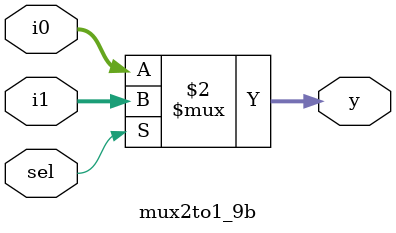
<source format=v>

module mux2to1_9b (i0, i1, sel, y);
  input [8:0] i0, i1;
  input sel;
  output [8:0] y;
  
  assign y = (sel==1'b1) ? i1 : i0;
  
endmodule




</source>
